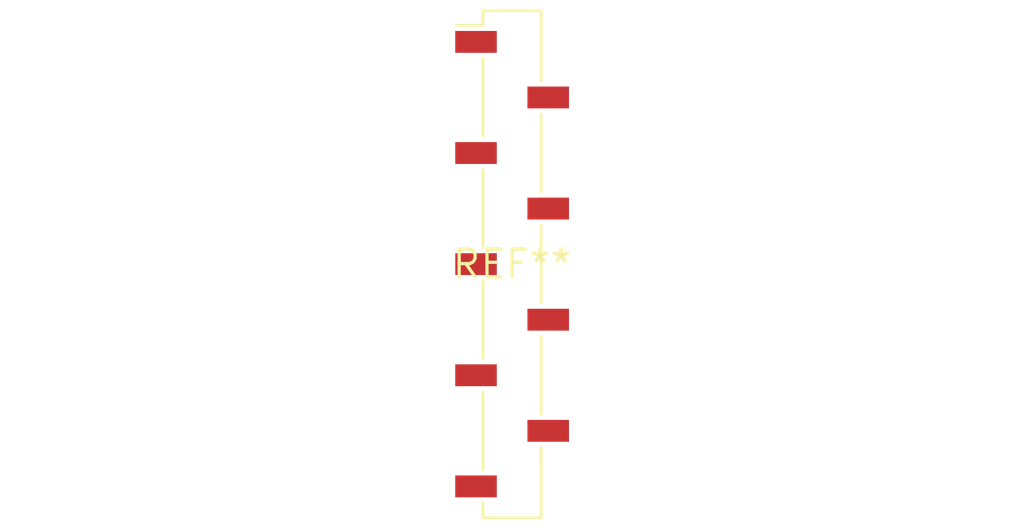
<source format=kicad_pcb>
(kicad_pcb (version 20240108) (generator pcbnew)
  (layers (0 "F.Cu" signal) (31 "B.Cu" signal) (34 "B.Paste" user) (35 "F.Paste" user) (36 "B.SilkS" user "B.Silkscreen") (37 "F.SilkS" user "F.Silkscreen") (38 "B.Mask" user) (39 "F.Mask" user) (44 "Edge.Cuts" user))
  (net 0 "")
  (footprint "PinSocket_1x09_P2.54mm_Vertical_SMD_Pin1Left" (layer "F.Cu") (at 0 0)
    (property "Reference" "REF**")
    (property "Value" "PinSocket_1x09_P2.54mm_Vertical_SMD_Pin1Left")
    (fp_line (start -2.54 -10.92) (end -1.33 -10.92) (layer "F.SilkS") (stroke (width 0.12)))
    (fp_line (start -1.33 -11.59) (end -1.33 -10.92) (layer "F.SilkS") (stroke (width 0.12)))
    (fp_line (start -1.33 -11.59) (end 1.33 -11.59) (layer "F.SilkS") (stroke (width 0.12)))
    (fp_line (start -1.33 -9.4) (end -1.33 -5.84) (layer "F.SilkS") (stroke (width 0.12)))
    (fp_line (start -1.33 -4.32) (end -1.33 -0.76) (layer "F.SilkS") (stroke (width 0.12)))
    (fp_line (start -1.33 0.76) (end -1.33 4.32) (layer "F.SilkS") (stroke (width 0.12)))
    (fp_line (start -1.33 5.84) (end -1.33 9.4) (layer "F.SilkS") (stroke (width 0.12)))
    (fp_line (start -1.33 10.92) (end -1.33 11.59) (layer "F.SilkS") (stroke (width 0.12)))
    (fp_line (start -1.33 11.59) (end 1.33 11.59) (layer "F.SilkS") (stroke (width 0.12)))
    (fp_line (start 1.33 -11.59) (end 1.33 -8.38) (layer "F.SilkS") (stroke (width 0.12)))
    (fp_line (start 1.33 -6.86) (end 1.33 -3.3) (layer "F.SilkS") (stroke (width 0.12)))
    (fp_line (start 1.33 -1.78) (end 1.33 1.78) (layer "F.SilkS") (stroke (width 0.12)))
    (fp_line (start 1.33 3.3) (end 1.33 6.86) (layer "F.SilkS") (stroke (width 0.12)))
    (fp_line (start 1.33 8.38) (end 1.33 11.59) (layer "F.SilkS") (stroke (width 0.12)))
    (pad "1" smd rect (at -1.65 -10.16) (size 1.9 1) (layers "F.Cu" "F.Paste" "F.Mask"))
    (pad "2" smd rect (at 1.65 -7.62) (size 1.9 1) (layers "F.Cu" "F.Paste" "F.Mask"))
    (pad "3" smd rect (at -1.65 -5.08) (size 1.9 1) (layers "F.Cu" "F.Paste" "F.Mask"))
    (pad "4" smd rect (at 1.65 -2.54) (size 1.9 1) (layers "F.Cu" "F.Paste" "F.Mask"))
    (pad "5" smd rect (at -1.65 0) (size 1.9 1) (layers "F.Cu" "F.Paste" "F.Mask"))
    (pad "6" smd rect (at 1.65 2.54) (size 1.9 1) (layers "F.Cu" "F.Paste" "F.Mask"))
    (pad "7" smd rect (at -1.65 5.08) (size 1.9 1) (layers "F.Cu" "F.Paste" "F.Mask"))
    (pad "8" smd rect (at 1.65 7.62) (size 1.9 1) (layers "F.Cu" "F.Paste" "F.Mask"))
    (pad "9" smd rect (at -1.65 10.16) (size 1.9 1) (layers "F.Cu" "F.Paste" "F.Mask"))
  )
)
</source>
